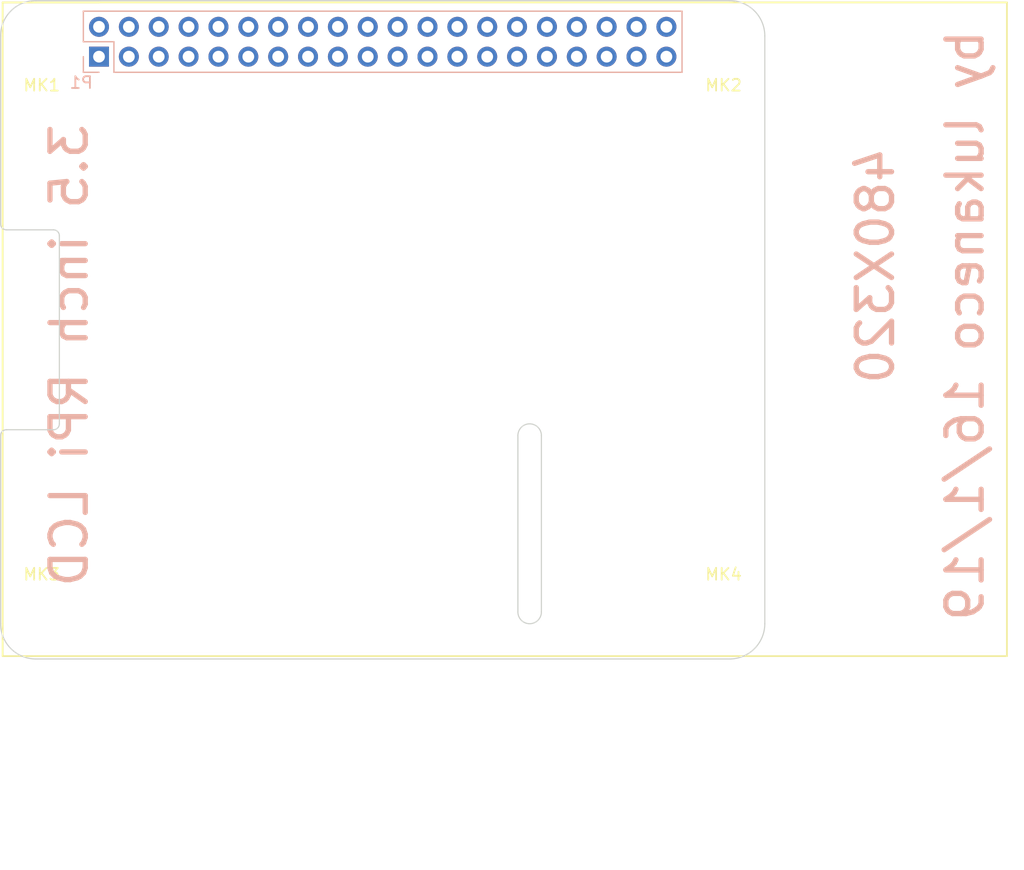
<source format=kicad_pcb>
(kicad_pcb (version 20171130) (host pcbnew "(5.0.0)")

  (general
    (thickness 1.6)
    (drawings 39)
    (tracks 0)
    (zones 0)
    (modules 6)
    (nets 41)
  )

  (page A3)
  (title_block
    (date "15 nov 2012")
  )

  (layers
    (0 F.Cu signal)
    (31 B.Cu signal)
    (32 B.Adhes user)
    (33 F.Adhes user)
    (34 B.Paste user)
    (35 F.Paste user)
    (36 B.SilkS user)
    (37 F.SilkS user)
    (38 B.Mask user)
    (39 F.Mask user)
    (40 Dwgs.User user)
    (41 Cmts.User user)
    (42 Eco1.User user)
    (43 Eco2.User user)
    (44 Edge.Cuts user)
  )

  (setup
    (last_trace_width 0.2)
    (trace_clearance 0.2)
    (zone_clearance 0.508)
    (zone_45_only no)
    (trace_min 0.1524)
    (segment_width 0.1)
    (edge_width 0.1)
    (via_size 0.9)
    (via_drill 0.6)
    (via_min_size 0.8)
    (via_min_drill 0.5)
    (uvia_size 0.5)
    (uvia_drill 0.1)
    (uvias_allowed no)
    (uvia_min_size 0.5)
    (uvia_min_drill 0.1)
    (pcb_text_width 0.3)
    (pcb_text_size 1 1)
    (mod_edge_width 0.15)
    (mod_text_size 1 1)
    (mod_text_width 0.15)
    (pad_size 2.5 2.5)
    (pad_drill 2.5)
    (pad_to_mask_clearance 0)
    (aux_axis_origin 200 150)
    (grid_origin 200 150)
    (visible_elements 7FFFFFFF)
    (pcbplotparams
      (layerselection 0x00030_80000001)
      (usegerberextensions true)
      (usegerberattributes false)
      (usegerberadvancedattributes false)
      (creategerberjobfile false)
      (excludeedgelayer true)
      (linewidth 0.150000)
      (plotframeref false)
      (viasonmask false)
      (mode 1)
      (useauxorigin false)
      (hpglpennumber 1)
      (hpglpenspeed 20)
      (hpglpendiameter 15.000000)
      (psnegative false)
      (psa4output false)
      (plotreference true)
      (plotvalue true)
      (plotinvisibletext false)
      (padsonsilk false)
      (subtractmaskfromsilk false)
      (outputformat 1)
      (mirror false)
      (drillshape 1)
      (scaleselection 1)
      (outputdirectory ""))
  )

  (net 0 "")
  (net 1 +3V3)
  (net 2 +5V)
  (net 3 GND)
  (net 4 /ID_SD)
  (net 5 /ID_SC)
  (net 6 /GPIO5)
  (net 7 /GPIO6)
  (net 8 /GPIO26)
  (net 9 "/GPIO2(SDA1)")
  (net 10 "/GPIO3(SCL1)")
  (net 11 "/GPIO4(GCLK)")
  (net 12 "/GPIO14(TXD0)")
  (net 13 "/GPIO15(RXD0)")
  (net 14 "/GPIO17(GEN0)")
  (net 15 "/GPIO27(GEN2)")
  (net 16 "/GPIO22(GEN3)")
  (net 17 "/GPIO23(GEN4)")
  (net 18 "/GPIO24(GEN5)")
  (net 19 "/GPIO25(GEN6)")
  (net 20 "/GPIO18(GEN1)(PWM0)")
  (net 21 "/GPIO10(SPI0_MOSI)")
  (net 22 "/GPIO9(SPI0_MISO)")
  (net 23 "/GPIO11(SPI0_SCK)")
  (net 24 "/GPIO8(SPI0_CE_N)")
  (net 25 "/GPIO7(SPI1_CE_N)")
  (net 26 "/GPIO12(PWM0)")
  (net 27 "/GPIO13(PWM1)")
  (net 28 "/GPIO19(SPI1_MISO)")
  (net 29 /GPIO16)
  (net 30 "/GPIO20(SPI1_MOSI)")
  (net 31 "/GPIO21(SPI1_SCK)")
  (net 32 "Net-(DS1-Pad3)")
  (net 33 "Net-(DS1-Pad5)")
  (net 34 "Net-(DS1-Pad7)")
  (net 35 "Net-(DS1-Pad8)")
  (net 36 "Net-(DS1-Pad10)")
  (net 37 "Net-(DS1-Pad12)")
  (net 38 "Net-(DS1-Pad13)")
  (net 39 "Net-(DS1-Pad15)")
  (net 40 "Net-(DS1-Pad16)")

  (net_class Default "This is the default net class."
    (clearance 0.2)
    (trace_width 0.2)
    (via_dia 0.9)
    (via_drill 0.6)
    (uvia_dia 0.5)
    (uvia_drill 0.1)
    (add_net +3V3)
    (add_net +5V)
    (add_net "/GPIO10(SPI0_MOSI)")
    (add_net "/GPIO11(SPI0_SCK)")
    (add_net "/GPIO12(PWM0)")
    (add_net "/GPIO13(PWM1)")
    (add_net "/GPIO14(TXD0)")
    (add_net "/GPIO15(RXD0)")
    (add_net /GPIO16)
    (add_net "/GPIO17(GEN0)")
    (add_net "/GPIO18(GEN1)(PWM0)")
    (add_net "/GPIO19(SPI1_MISO)")
    (add_net "/GPIO2(SDA1)")
    (add_net "/GPIO20(SPI1_MOSI)")
    (add_net "/GPIO21(SPI1_SCK)")
    (add_net "/GPIO22(GEN3)")
    (add_net "/GPIO23(GEN4)")
    (add_net "/GPIO24(GEN5)")
    (add_net "/GPIO25(GEN6)")
    (add_net /GPIO26)
    (add_net "/GPIO27(GEN2)")
    (add_net "/GPIO3(SCL1)")
    (add_net "/GPIO4(GCLK)")
    (add_net /GPIO5)
    (add_net /GPIO6)
    (add_net "/GPIO7(SPI1_CE_N)")
    (add_net "/GPIO8(SPI0_CE_N)")
    (add_net "/GPIO9(SPI0_MISO)")
    (add_net /ID_SC)
    (add_net /ID_SD)
    (add_net GND)
    (add_net "Net-(DS1-Pad10)")
    (add_net "Net-(DS1-Pad12)")
    (add_net "Net-(DS1-Pad13)")
    (add_net "Net-(DS1-Pad15)")
    (add_net "Net-(DS1-Pad16)")
    (add_net "Net-(DS1-Pad3)")
    (add_net "Net-(DS1-Pad5)")
    (add_net "Net-(DS1-Pad7)")
    (add_net "Net-(DS1-Pad8)")
  )

  (net_class Power ""
    (clearance 0.2)
    (trace_width 0.5)
    (via_dia 1)
    (via_drill 0.7)
    (uvia_dia 0.5)
    (uvia_drill 0.1)
  )

  (module Connector_PinSocket_2.54mm:PinSocket_2x20_P2.54mm_Vertical (layer B.Cu) (tedit 5A19A433) (tstamp 5A793E9F)
    (at 208.37 98.77 270)
    (descr "Through hole straight socket strip, 2x20, 2.54mm pitch, double cols (from Kicad 4.0.7), script generated")
    (tags "Through hole socket strip THT 2x20 2.54mm double row")
    (path /59AD464A)
    (fp_text reference P1 (at 2.208 1.512) (layer B.SilkS)
      (effects (font (size 1 1) (thickness 0.15)) (justify mirror))
    )
    (fp_text value Conn_02x20_Odd_Even (at -1.27 -51.03 270) (layer B.Fab)
      (effects (font (size 1 1) (thickness 0.15)) (justify mirror))
    )
    (fp_line (start -3.81 1.27) (end 0.27 1.27) (layer B.Fab) (width 0.1))
    (fp_line (start 0.27 1.27) (end 1.27 0.27) (layer B.Fab) (width 0.1))
    (fp_line (start 1.27 0.27) (end 1.27 -49.53) (layer B.Fab) (width 0.1))
    (fp_line (start 1.27 -49.53) (end -3.81 -49.53) (layer B.Fab) (width 0.1))
    (fp_line (start -3.81 -49.53) (end -3.81 1.27) (layer B.Fab) (width 0.1))
    (fp_line (start -3.87 1.33) (end -1.27 1.33) (layer B.SilkS) (width 0.12))
    (fp_line (start -3.87 1.33) (end -3.87 -49.59) (layer B.SilkS) (width 0.12))
    (fp_line (start -3.87 -49.59) (end 1.33 -49.59) (layer B.SilkS) (width 0.12))
    (fp_line (start 1.33 -1.27) (end 1.33 -49.59) (layer B.SilkS) (width 0.12))
    (fp_line (start -1.27 -1.27) (end 1.33 -1.27) (layer B.SilkS) (width 0.12))
    (fp_line (start -1.27 1.33) (end -1.27 -1.27) (layer B.SilkS) (width 0.12))
    (fp_line (start 1.33 1.33) (end 1.33 0) (layer B.SilkS) (width 0.12))
    (fp_line (start 0 1.33) (end 1.33 1.33) (layer B.SilkS) (width 0.12))
    (fp_line (start -4.34 1.8) (end 1.76 1.8) (layer B.CrtYd) (width 0.05))
    (fp_line (start 1.76 1.8) (end 1.76 -50) (layer B.CrtYd) (width 0.05))
    (fp_line (start 1.76 -50) (end -4.34 -50) (layer B.CrtYd) (width 0.05))
    (fp_line (start -4.34 -50) (end -4.34 1.8) (layer B.CrtYd) (width 0.05))
    (fp_text user %R (at -1.27 -24.13 180) (layer B.Fab)
      (effects (font (size 1 1) (thickness 0.15)) (justify mirror))
    )
    (pad 1 thru_hole rect (at 0 0 270) (size 1.7 1.7) (drill 1) (layers *.Cu *.Mask)
      (net 1 +3V3))
    (pad 2 thru_hole oval (at -2.54 0 270) (size 1.7 1.7) (drill 1) (layers *.Cu *.Mask)
      (net 2 +5V))
    (pad 3 thru_hole oval (at 0 -2.54 270) (size 1.7 1.7) (drill 1) (layers *.Cu *.Mask)
      (net 9 "/GPIO2(SDA1)"))
    (pad 4 thru_hole oval (at -2.54 -2.54 270) (size 1.7 1.7) (drill 1) (layers *.Cu *.Mask)
      (net 2 +5V))
    (pad 5 thru_hole oval (at 0 -5.08 270) (size 1.7 1.7) (drill 1) (layers *.Cu *.Mask)
      (net 10 "/GPIO3(SCL1)"))
    (pad 6 thru_hole oval (at -2.54 -5.08 270) (size 1.7 1.7) (drill 1) (layers *.Cu *.Mask)
      (net 3 GND))
    (pad 7 thru_hole oval (at 0 -7.62 270) (size 1.7 1.7) (drill 1) (layers *.Cu *.Mask)
      (net 11 "/GPIO4(GCLK)"))
    (pad 8 thru_hole oval (at -2.54 -7.62 270) (size 1.7 1.7) (drill 1) (layers *.Cu *.Mask)
      (net 12 "/GPIO14(TXD0)"))
    (pad 9 thru_hole oval (at 0 -10.16 270) (size 1.7 1.7) (drill 1) (layers *.Cu *.Mask)
      (net 3 GND))
    (pad 10 thru_hole oval (at -2.54 -10.16 270) (size 1.7 1.7) (drill 1) (layers *.Cu *.Mask)
      (net 13 "/GPIO15(RXD0)"))
    (pad 11 thru_hole oval (at 0 -12.7 270) (size 1.7 1.7) (drill 1) (layers *.Cu *.Mask)
      (net 14 "/GPIO17(GEN0)"))
    (pad 12 thru_hole oval (at -2.54 -12.7 270) (size 1.7 1.7) (drill 1) (layers *.Cu *.Mask)
      (net 20 "/GPIO18(GEN1)(PWM0)"))
    (pad 13 thru_hole oval (at 0 -15.24 270) (size 1.7 1.7) (drill 1) (layers *.Cu *.Mask)
      (net 15 "/GPIO27(GEN2)"))
    (pad 14 thru_hole oval (at -2.54 -15.24 270) (size 1.7 1.7) (drill 1) (layers *.Cu *.Mask)
      (net 3 GND))
    (pad 15 thru_hole oval (at 0 -17.78 270) (size 1.7 1.7) (drill 1) (layers *.Cu *.Mask)
      (net 16 "/GPIO22(GEN3)"))
    (pad 16 thru_hole oval (at -2.54 -17.78 270) (size 1.7 1.7) (drill 1) (layers *.Cu *.Mask)
      (net 17 "/GPIO23(GEN4)"))
    (pad 17 thru_hole oval (at 0 -20.32 270) (size 1.7 1.7) (drill 1) (layers *.Cu *.Mask)
      (net 1 +3V3))
    (pad 18 thru_hole oval (at -2.54 -20.32 270) (size 1.7 1.7) (drill 1) (layers *.Cu *.Mask)
      (net 18 "/GPIO24(GEN5)"))
    (pad 19 thru_hole oval (at 0 -22.86 270) (size 1.7 1.7) (drill 1) (layers *.Cu *.Mask)
      (net 21 "/GPIO10(SPI0_MOSI)"))
    (pad 20 thru_hole oval (at -2.54 -22.86 270) (size 1.7 1.7) (drill 1) (layers *.Cu *.Mask)
      (net 3 GND))
    (pad 21 thru_hole oval (at 0 -25.4 270) (size 1.7 1.7) (drill 1) (layers *.Cu *.Mask)
      (net 22 "/GPIO9(SPI0_MISO)"))
    (pad 22 thru_hole oval (at -2.54 -25.4 270) (size 1.7 1.7) (drill 1) (layers *.Cu *.Mask)
      (net 19 "/GPIO25(GEN6)"))
    (pad 23 thru_hole oval (at 0 -27.94 270) (size 1.7 1.7) (drill 1) (layers *.Cu *.Mask)
      (net 23 "/GPIO11(SPI0_SCK)"))
    (pad 24 thru_hole oval (at -2.54 -27.94 270) (size 1.7 1.7) (drill 1) (layers *.Cu *.Mask)
      (net 24 "/GPIO8(SPI0_CE_N)"))
    (pad 25 thru_hole oval (at 0 -30.48 270) (size 1.7 1.7) (drill 1) (layers *.Cu *.Mask)
      (net 3 GND))
    (pad 26 thru_hole oval (at -2.54 -30.48 270) (size 1.7 1.7) (drill 1) (layers *.Cu *.Mask)
      (net 25 "/GPIO7(SPI1_CE_N)"))
    (pad 27 thru_hole oval (at 0 -33.02 270) (size 1.7 1.7) (drill 1) (layers *.Cu *.Mask)
      (net 4 /ID_SD))
    (pad 28 thru_hole oval (at -2.54 -33.02 270) (size 1.7 1.7) (drill 1) (layers *.Cu *.Mask)
      (net 5 /ID_SC))
    (pad 29 thru_hole oval (at 0 -35.56 270) (size 1.7 1.7) (drill 1) (layers *.Cu *.Mask)
      (net 6 /GPIO5))
    (pad 30 thru_hole oval (at -2.54 -35.56 270) (size 1.7 1.7) (drill 1) (layers *.Cu *.Mask)
      (net 3 GND))
    (pad 31 thru_hole oval (at 0 -38.1 270) (size 1.7 1.7) (drill 1) (layers *.Cu *.Mask)
      (net 7 /GPIO6))
    (pad 32 thru_hole oval (at -2.54 -38.1 270) (size 1.7 1.7) (drill 1) (layers *.Cu *.Mask)
      (net 26 "/GPIO12(PWM0)"))
    (pad 33 thru_hole oval (at 0 -40.64 270) (size 1.7 1.7) (drill 1) (layers *.Cu *.Mask)
      (net 27 "/GPIO13(PWM1)"))
    (pad 34 thru_hole oval (at -2.54 -40.64 270) (size 1.7 1.7) (drill 1) (layers *.Cu *.Mask)
      (net 3 GND))
    (pad 35 thru_hole oval (at 0 -43.18 270) (size 1.7 1.7) (drill 1) (layers *.Cu *.Mask)
      (net 28 "/GPIO19(SPI1_MISO)"))
    (pad 36 thru_hole oval (at -2.54 -43.18 270) (size 1.7 1.7) (drill 1) (layers *.Cu *.Mask)
      (net 29 /GPIO16))
    (pad 37 thru_hole oval (at 0 -45.72 270) (size 1.7 1.7) (drill 1) (layers *.Cu *.Mask)
      (net 8 /GPIO26))
    (pad 38 thru_hole oval (at -2.54 -45.72 270) (size 1.7 1.7) (drill 1) (layers *.Cu *.Mask)
      (net 30 "/GPIO20(SPI1_MOSI)"))
    (pad 39 thru_hole oval (at 0 -48.26 270) (size 1.7 1.7) (drill 1) (layers *.Cu *.Mask)
      (net 3 GND))
    (pad 40 thru_hole oval (at -2.54 -48.26 270) (size 1.7 1.7) (drill 1) (layers *.Cu *.Mask)
      (net 31 "/GPIO21(SPI1_SCK)"))
    (model ${KISYS3DMOD}/Connector_PinSocket_2.54mm.3dshapes/PinSocket_2x20_P2.54mm_Vertical.wrl
      (at (xyz 0 0 0))
      (scale (xyz 1 1 1))
      (rotate (xyz 0 0 0))
    )
  )

  (module MountingHole:MountingHole_2.7mm_M2.5 (layer F.Cu) (tedit 56D1B4CB) (tstamp 5A793E98)
    (at 261.5 146.5)
    (descr "Mounting Hole 2.7mm, no annular, M2.5")
    (tags "mounting hole 2.7mm no annular m2.5")
    (path /5834FC4F)
    (attr virtual)
    (fp_text reference MK4 (at 0 -3.7) (layer F.SilkS)
      (effects (font (size 1 1) (thickness 0.15)))
    )
    (fp_text value M2.5 (at 0 3.7) (layer F.Fab)
      (effects (font (size 1 1) (thickness 0.15)))
    )
    (fp_circle (center 0 0) (end 2.95 0) (layer F.CrtYd) (width 0.05))
    (fp_circle (center 0 0) (end 2.7 0) (layer Cmts.User) (width 0.15))
    (fp_text user %R (at 0.3 0) (layer F.Fab)
      (effects (font (size 1 1) (thickness 0.15)))
    )
    (pad 1 np_thru_hole circle (at 0 0) (size 2.7 2.7) (drill 2.7) (layers *.Cu *.Mask))
  )

  (module MountingHole:MountingHole_2.7mm_M2.5 (layer F.Cu) (tedit 56D1B4CB) (tstamp 5A793E91)
    (at 203.5 146.5)
    (descr "Mounting Hole 2.7mm, no annular, M2.5")
    (tags "mounting hole 2.7mm no annular m2.5")
    (path /5834FBEF)
    (attr virtual)
    (fp_text reference MK3 (at 0 -3.7) (layer F.SilkS)
      (effects (font (size 1 1) (thickness 0.15)))
    )
    (fp_text value M2.5 (at 0 3.7) (layer F.Fab)
      (effects (font (size 1 1) (thickness 0.15)))
    )
    (fp_text user %R (at 0.3 0) (layer F.Fab)
      (effects (font (size 1 1) (thickness 0.15)))
    )
    (fp_circle (center 0 0) (end 2.7 0) (layer Cmts.User) (width 0.15))
    (fp_circle (center 0 0) (end 2.95 0) (layer F.CrtYd) (width 0.05))
    (pad 1 np_thru_hole circle (at 0 0) (size 2.7 2.7) (drill 2.7) (layers *.Cu *.Mask))
  )

  (module MountingHole:MountingHole_2.7mm_M2.5 (layer F.Cu) (tedit 56D1B4CB) (tstamp 5A793E8A)
    (at 261.5 97.5 180)
    (descr "Mounting Hole 2.7mm, no annular, M2.5")
    (tags "mounting hole 2.7mm no annular m2.5")
    (path /5834FC19)
    (attr virtual)
    (fp_text reference MK2 (at 0 -3.7 180) (layer F.SilkS)
      (effects (font (size 1 1) (thickness 0.15)))
    )
    (fp_text value M2.5 (at 0 3.7 180) (layer F.Fab)
      (effects (font (size 1 1) (thickness 0.15)))
    )
    (fp_circle (center 0 0) (end 2.95 0) (layer F.CrtYd) (width 0.05))
    (fp_circle (center 0 0) (end 2.7 0) (layer Cmts.User) (width 0.15))
    (fp_text user %R (at 0.3 0 180) (layer F.Fab)
      (effects (font (size 1 1) (thickness 0.15)))
    )
    (pad 1 np_thru_hole circle (at 0 0 180) (size 2.7 2.7) (drill 2.7) (layers *.Cu *.Mask))
  )

  (module MountingHole:MountingHole_2.7mm_M2.5 (layer F.Cu) (tedit 56D1B4CB) (tstamp 5A793E83)
    (at 203.5 97.5 180)
    (descr "Mounting Hole 2.7mm, no annular, M2.5")
    (tags "mounting hole 2.7mm no annular m2.5")
    (path /5834FB2E)
    (attr virtual)
    (fp_text reference MK1 (at 0 -3.7 180) (layer F.SilkS)
      (effects (font (size 1 1) (thickness 0.15)))
    )
    (fp_text value M2.5 (at 0 3.7 180) (layer F.Fab)
      (effects (font (size 1 1) (thickness 0.15)))
    )
    (fp_text user %R (at 0.3 0 180) (layer F.Fab)
      (effects (font (size 1 1) (thickness 0.15)))
    )
    (fp_circle (center 0 0) (end 2.7 0) (layer Cmts.User) (width 0.15))
    (fp_circle (center 0 0) (end 2.95 0) (layer F.CrtYd) (width 0.05))
    (pad 1 np_thru_hole circle (at 0 0 180) (size 2.7 2.7) (drill 2.7) (layers *.Cu *.Mask))
  )

  (module "Display:3.5 inch RPi LCD" (layer B.Cu) (tedit 5C3EBA1B) (tstamp 5C4B15AF)
    (at 208.375 98.775)
    (path /5C3EEACE)
    (fp_text reference DS1 (at -2.54 53.34) (layer B.SilkS) hide
      (effects (font (size 1 1) (thickness 0.15)) (justify mirror))
    )
    (fp_text value 3.5_Inch_RPI (at -2.54 55.88) (layer B.Fab)
      (effects (font (size 1 1) (thickness 0.15)) (justify mirror))
    )
    (fp_line (start 0 -4.62) (end -8.18 -4.62) (layer F.SilkS) (width 0.15))
    (fp_line (start -8.2 50.98) (end -8.2 -4.62) (layer F.SilkS) (width 0.15))
    (fp_line (start -8.2 -4.62) (end 77.22 -4.62) (layer F.SilkS) (width 0.15))
    (fp_line (start 77.22 -4.62) (end 77.22 50.98) (layer F.SilkS) (width 0.15))
    (fp_line (start 77.22 50.98) (end -8.2 50.98) (layer F.SilkS) (width 0.15))
    (fp_text user "3.5 inch RPi LCD" (at -2.54 25.4 -90) (layer B.SilkS)
      (effects (font (size 3 3) (thickness 0.45)) (justify mirror))
    )
    (fp_text user 480X320 (at 66.04 17.78 -90) (layer B.SilkS)
      (effects (font (size 3 3) (thickness 0.45)) (justify mirror))
    )
    (fp_text user "by lukaneco 16/1/19" (at 73.66 22.86 -90) (layer B.SilkS)
      (effects (font (size 3 3) (thickness 0.45)) (justify mirror))
    )
    (pad 1 thru_hole circle (at 0 0) (size 1.524 1.524) (drill 0.762) (layers *.Cu *.Mask)
      (net 1 +3V3))
    (pad 2 thru_hole circle (at 0 -2.54) (size 1.524 1.524) (drill 0.762) (layers *.Cu *.Mask)
      (net 2 +5V))
    (pad 3 thru_hole circle (at 2.54 0) (size 1.524 1.524) (drill 0.762) (layers *.Cu *.Mask)
      (net 32 "Net-(DS1-Pad3)"))
    (pad 4 thru_hole circle (at 2.54 -2.54) (size 1.524 1.524) (drill 0.762) (layers *.Cu *.Mask)
      (net 2 +5V))
    (pad 5 thru_hole circle (at 5.08 0) (size 1.524 1.524) (drill 0.762) (layers *.Cu *.Mask)
      (net 33 "Net-(DS1-Pad5)"))
    (pad 6 thru_hole circle (at 5.08 -2.54) (size 1.524 1.524) (drill 0.762) (layers *.Cu *.Mask)
      (net 3 GND))
    (pad 7 thru_hole circle (at 7.62 0) (size 1.524 1.524) (drill 0.762) (layers *.Cu *.Mask)
      (net 34 "Net-(DS1-Pad7)"))
    (pad 8 thru_hole circle (at 7.62 -2.54) (size 1.524 1.524) (drill 0.762) (layers *.Cu *.Mask)
      (net 35 "Net-(DS1-Pad8)"))
    (pad 9 thru_hole circle (at 10.16 0) (size 1.524 1.524) (drill 0.762) (layers *.Cu *.Mask)
      (net 3 GND))
    (pad 10 thru_hole circle (at 10.16 -2.54) (size 1.524 1.524) (drill 0.762) (layers *.Cu *.Mask)
      (net 36 "Net-(DS1-Pad10)"))
    (pad 11 thru_hole circle (at 12.7 0) (size 1.524 1.524) (drill 0.762) (layers *.Cu *.Mask)
      (net 14 "/GPIO17(GEN0)"))
    (pad 12 thru_hole circle (at 12.7 -2.54) (size 1.524 1.524) (drill 0.762) (layers *.Cu *.Mask)
      (net 37 "Net-(DS1-Pad12)"))
    (pad 13 thru_hole circle (at 15.24 0) (size 1.524 1.524) (drill 0.762) (layers *.Cu *.Mask)
      (net 38 "Net-(DS1-Pad13)"))
    (pad 14 thru_hole circle (at 15.24 -2.54) (size 1.524 1.524) (drill 0.762) (layers *.Cu *.Mask)
      (net 3 GND))
    (pad 15 thru_hole circle (at 17.78 0) (size 1.524 1.524) (drill 0.762) (layers *.Cu *.Mask)
      (net 39 "Net-(DS1-Pad15)"))
    (pad 16 thru_hole circle (at 17.78 -2.54) (size 1.524 1.524) (drill 0.762) (layers *.Cu *.Mask)
      (net 40 "Net-(DS1-Pad16)"))
    (pad 17 thru_hole circle (at 20.32 0) (size 1.524 1.524) (drill 0.762) (layers *.Cu *.Mask)
      (net 1 +3V3))
    (pad 18 thru_hole circle (at 20.32 -2.54) (size 1.524 1.524) (drill 0.762) (layers *.Cu *.Mask)
      (net 18 "/GPIO24(GEN5)"))
    (pad 19 thru_hole circle (at 22.86 0) (size 1.524 1.524) (drill 0.762) (layers *.Cu *.Mask))
    (pad 20 thru_hole circle (at 22.86 -2.54) (size 1.524 1.524) (drill 0.762) (layers *.Cu *.Mask)
      (net 3 GND))
    (pad 21 thru_hole circle (at 25.4 0) (size 1.524 1.524) (drill 0.762) (layers *.Cu *.Mask)
      (net 22 "/GPIO9(SPI0_MISO)"))
    (pad 22 thru_hole circle (at 25.4 -2.54) (size 1.524 1.524) (drill 0.762) (layers *.Cu *.Mask)
      (net 19 "/GPIO25(GEN6)"))
    (pad 23 thru_hole circle (at 27.94 0) (size 1.524 1.524) (drill 0.762) (layers *.Cu *.Mask)
      (net 23 "/GPIO11(SPI0_SCK)"))
    (pad 24 thru_hole circle (at 27.94 -2.54) (size 1.524 1.524) (drill 0.762) (layers *.Cu *.Mask)
      (net 24 "/GPIO8(SPI0_CE_N)"))
    (pad 25 thru_hole circle (at 30.48 0) (size 1.524 1.524) (drill 0.762) (layers *.Cu *.Mask)
      (net 3 GND))
    (pad 26 thru_hole circle (at 30.48 -2.54) (size 1.524 1.524) (drill 0.762) (layers *.Cu *.Mask)
      (net 25 "/GPIO7(SPI1_CE_N)"))
  )

  (gr_line (start 244 146) (end 244 131) (layer Edge.Cuts) (width 0.1))
  (gr_line (start 246 131) (end 246 146) (layer Edge.Cuts) (width 0.1))
  (gr_arc (start 245 131) (end 244 131) (angle 180) (layer Edge.Cuts) (width 0.1))
  (gr_arc (start 245 146) (end 246 146) (angle 180) (layer Edge.Cuts) (width 0.1))
  (gr_arc (start 200.5 131) (end 200 131) (angle 89.9) (layer Edge.Cuts) (width 0.1))
  (gr_arc (start 204.5 130) (end 205 130) (angle 90) (layer Edge.Cuts) (width 0.1))
  (gr_arc (start 200.5 113) (end 200.5 113.5) (angle 90) (layer Edge.Cuts) (width 0.1))
  (gr_arc (start 204.5 114) (end 204.5 113.5) (angle 90) (layer Edge.Cuts) (width 0.1))
  (gr_line (start 200 113) (end 200 131) (layer Dwgs.User) (width 0.1))
  (gr_line (start 200 97) (end 200 113) (layer Edge.Cuts) (width 0.1))
  (gr_text DISPLAY (at 202.5 122 90) (layer Dwgs.User) (tstamp 580CBBFF)
    (effects (font (size 1 1) (thickness 0.15)))
  )
  (gr_text CAMERA (at 245 139 90) (layer Dwgs.User)
    (effects (font (size 1 1) (thickness 0.15)))
  )
  (gr_text RJ45 (at 276.2 139.84) (layer Dwgs.User) (tstamp 580CBBEB)
    (effects (font (size 2 2) (thickness 0.15)))
  )
  (gr_text USB (at 277.724 121.552) (layer Dwgs.User) (tstamp 580CBBE9)
    (effects (font (size 2 2) (thickness 0.15)))
  )
  (gr_text USB (at 278.232 102.248) (layer Dwgs.User)
    (effects (font (size 2 2) (thickness 0.15)))
  )
  (gr_arc (start 262 97) (end 262 94) (angle 90) (layer Edge.Cuts) (width 0.1))
  (gr_arc (start 262 147) (end 265 147) (angle 90) (layer Edge.Cuts) (width 0.1))
  (gr_arc (start 203 147) (end 203 150) (angle 90) (layer Edge.Cuts) (width 0.1))
  (gr_arc (start 203 97) (end 200 97) (angle 90) (layer Edge.Cuts) (width 0.1))
  (gr_line (start 269.9 114.45) (end 287 114.45) (layer Dwgs.User) (width 0.1))
  (gr_line (start 262 94) (end 203 94) (layer Edge.Cuts) (width 0.1))
  (gr_line (start 269.9 127.55) (end 269.9 114.45) (layer Dwgs.User) (width 0.1))
  (gr_line (start 287 127.55) (end 269.9 127.55) (layer Dwgs.User) (width 0.1))
  (gr_line (start 287 114.45) (end 287 127.55) (layer Dwgs.User) (width 0.1))
  (gr_line (start 204.5 130.5) (end 200.5 130.5) (layer Edge.Cuts) (width 0.1))
  (gr_line (start 205 114) (end 205 130) (layer Edge.Cuts) (width 0.1))
  (gr_line (start 200.5 113.5) (end 204.5 113.5) (layer Edge.Cuts) (width 0.1))
  (gr_line (start 266 147.675) (end 266 131.825) (layer Dwgs.User) (width 0.1))
  (gr_line (start 287 147.675) (end 266 147.675) (layer Dwgs.User) (width 0.1))
  (gr_line (start 287 131.825) (end 287 147.675) (layer Dwgs.User) (width 0.1))
  (gr_line (start 266 131.825) (end 287 131.825) (layer Dwgs.User) (width 0.1))
  (gr_line (start 265 147) (end 265 97) (layer Edge.Cuts) (width 0.1))
  (gr_line (start 203 150) (end 262 150) (layer Edge.Cuts) (width 0.1))
  (gr_line (start 200 131) (end 200 147) (layer Edge.Cuts) (width 0.1))
  (gr_line (start 269.9 109.455925) (end 269.9 96.355925) (layer Dwgs.User) (width 0.1))
  (gr_line (start 287 109.455925) (end 269.9 109.455925) (layer Dwgs.User) (width 0.1))
  (gr_line (start 287 96.355925) (end 287 109.455925) (layer Dwgs.User) (width 0.1))
  (gr_line (start 269.9 96.355925) (end 287 96.355925) (layer Dwgs.User) (width 0.1))
  (gr_text "RASPBERRY-PI 40-PIN ADDON BOARD\nVIEW FROM TOP\nNOTE: P1 SHOULD BE FITTED ON THE REVERSE OF THE BOARD\n\nADD EDGE CUTS FROM CAMERA AND DISPLAY PORTS AS REQUIRED" (at 200 160.16) (layer Dwgs.User)
    (effects (font (size 2 1.7) (thickness 0.12)) (justify left))
  )

)

</source>
